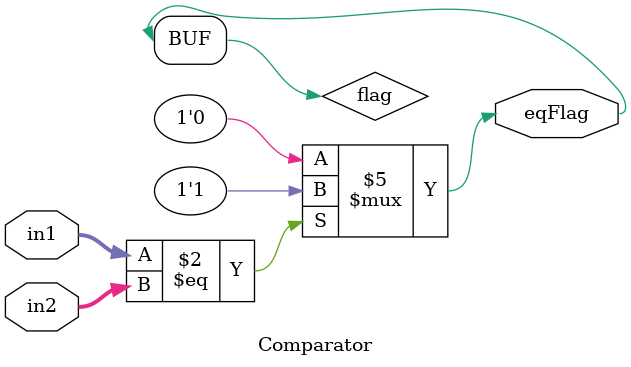
<source format=v>
`timescale 1ns/1ps
module Comparator(
  input [31:0] in1,
  input [31:0] in2,
  output eqFlag
);

  reg flag;

  initial begin
    flag <= 1'b0;
  end

  always @* begin
    if(in1 == in2)
      flag <= 1'b1;
    else
      flag <= 1'b0;
  end

  assign eqFlag = flag;

endmodule
</source>
